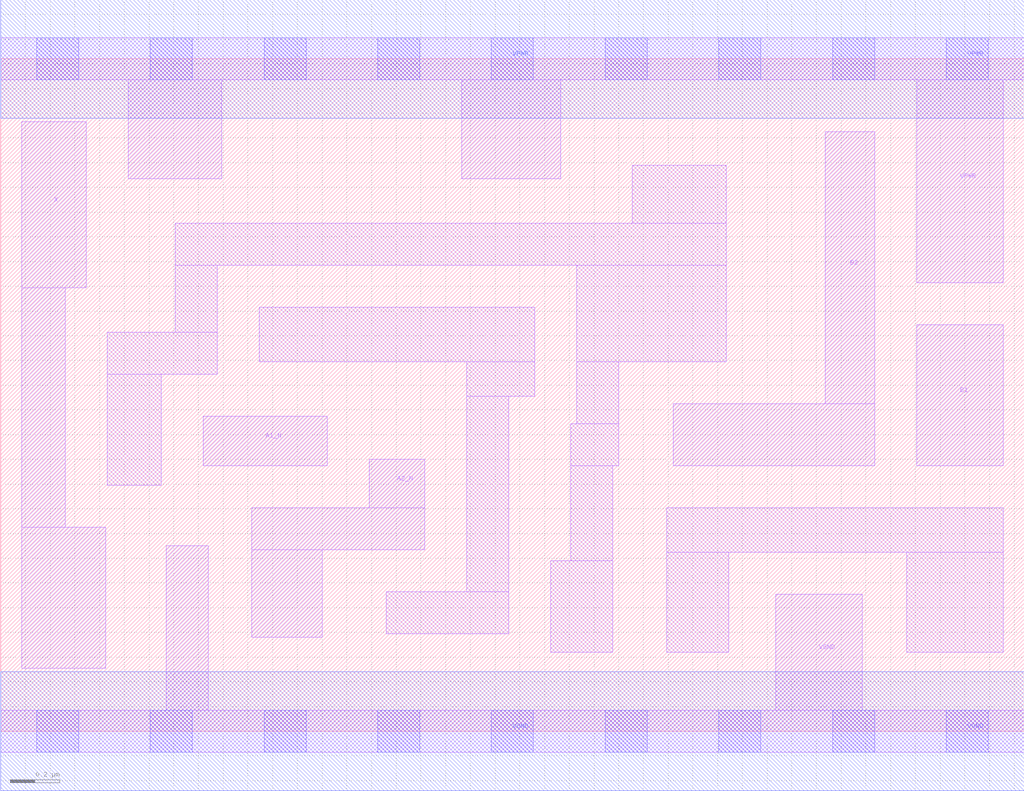
<source format=lef>
# Copyright 2020 The SkyWater PDK Authors
#
# Licensed under the Apache License, Version 2.0 (the "License");
# you may not use this file except in compliance with the License.
# You may obtain a copy of the License at
#
#     https://www.apache.org/licenses/LICENSE-2.0
#
# Unless required by applicable law or agreed to in writing, software
# distributed under the License is distributed on an "AS IS" BASIS,
# WITHOUT WARRANTIES OR CONDITIONS OF ANY KIND, either express or implied.
# See the License for the specific language governing permissions and
# limitations under the License.
#
# SPDX-License-Identifier: Apache-2.0

VERSION 5.7 ;
  NAMESCASESENSITIVE ON ;
  NOWIREEXTENSIONATPIN ON ;
  DIVIDERCHAR "/" ;
  BUSBITCHARS "[]" ;
UNITS
  DATABASE MICRONS 200 ;
END UNITS
PROPERTYDEFINITIONS
  MACRO maskLayoutSubType STRING ;
  MACRO prCellType STRING ;
  MACRO originalViewName STRING ;
END PROPERTYDEFINITIONS
MACRO sky130_fd_sc_hdll__o2bb2a_1
  CLASS CORE ;
  FOREIGN sky130_fd_sc_hdll__o2bb2a_1 ;
  ORIGIN  0.000000  0.000000 ;
  SIZE  4.140000 BY  2.720000 ;
  SYMMETRY X Y R90 ;
  SITE unithd ;
  PIN A1_N
    ANTENNAGATEAREA  0.138600 ;
    DIRECTION INPUT ;
    USE SIGNAL ;
    PORT
      LAYER li1 ;
        RECT 0.820000 1.075000 1.320000 1.275000 ;
    END
  END A1_N
  PIN A2_N
    ANTENNAGATEAREA  0.138600 ;
    DIRECTION INPUT ;
    USE SIGNAL ;
    PORT
      LAYER li1 ;
        RECT 1.015000 0.380000 1.300000 0.735000 ;
        RECT 1.015000 0.735000 1.715000 0.905000 ;
        RECT 1.490000 0.905000 1.715000 1.100000 ;
    END
  END A2_N
  PIN B1
    ANTENNAGATEAREA  0.138600 ;
    DIRECTION INPUT ;
    USE SIGNAL ;
    PORT
      LAYER li1 ;
        RECT 3.705000 1.075000 4.055000 1.645000 ;
    END
  END B1
  PIN B2
    ANTENNAGATEAREA  0.138600 ;
    DIRECTION INPUT ;
    USE SIGNAL ;
    PORT
      LAYER li1 ;
        RECT 2.720000 1.075000 3.535000 1.325000 ;
        RECT 3.335000 1.325000 3.535000 2.425000 ;
    END
  END B2
  PIN X
    ANTENNADIFFAREA  0.471500 ;
    DIRECTION OUTPUT ;
    USE SIGNAL ;
    PORT
      LAYER li1 ;
        RECT 0.085000 0.255000 0.425000 0.825000 ;
        RECT 0.085000 0.825000 0.260000 1.795000 ;
        RECT 0.085000 1.795000 0.345000 2.465000 ;
    END
  END X
  PIN VGND
    DIRECTION INOUT ;
    USE GROUND ;
    PORT
      LAYER li1 ;
        RECT 0.000000 -0.085000 4.140000 0.085000 ;
        RECT 0.670000  0.085000 0.840000 0.750000 ;
        RECT 3.135000  0.085000 3.485000 0.555000 ;
      LAYER mcon ;
        RECT 0.145000 -0.085000 0.315000 0.085000 ;
        RECT 0.605000 -0.085000 0.775000 0.085000 ;
        RECT 1.065000 -0.085000 1.235000 0.085000 ;
        RECT 1.525000 -0.085000 1.695000 0.085000 ;
        RECT 1.985000 -0.085000 2.155000 0.085000 ;
        RECT 2.445000 -0.085000 2.615000 0.085000 ;
        RECT 2.905000 -0.085000 3.075000 0.085000 ;
        RECT 3.365000 -0.085000 3.535000 0.085000 ;
        RECT 3.825000 -0.085000 3.995000 0.085000 ;
      LAYER met1 ;
        RECT 0.000000 -0.240000 4.140000 0.240000 ;
    END
  END VGND
  PIN VPWR
    DIRECTION INOUT ;
    USE POWER ;
    PORT
      LAYER li1 ;
        RECT 0.000000 2.635000 4.140000 2.805000 ;
        RECT 0.515000 2.235000 0.895000 2.635000 ;
        RECT 1.865000 2.235000 2.265000 2.635000 ;
        RECT 3.705000 1.815000 4.055000 2.635000 ;
      LAYER mcon ;
        RECT 0.145000 2.635000 0.315000 2.805000 ;
        RECT 0.605000 2.635000 0.775000 2.805000 ;
        RECT 1.065000 2.635000 1.235000 2.805000 ;
        RECT 1.525000 2.635000 1.695000 2.805000 ;
        RECT 1.985000 2.635000 2.155000 2.805000 ;
        RECT 2.445000 2.635000 2.615000 2.805000 ;
        RECT 2.905000 2.635000 3.075000 2.805000 ;
        RECT 3.365000 2.635000 3.535000 2.805000 ;
        RECT 3.825000 2.635000 3.995000 2.805000 ;
      LAYER met1 ;
        RECT 0.000000 2.480000 4.140000 2.960000 ;
    END
  END VPWR
  OBS
    LAYER li1 ;
      RECT 0.430000 0.995000 0.650000 1.445000 ;
      RECT 0.430000 1.445000 0.875000 1.615000 ;
      RECT 0.705000 1.615000 0.875000 1.885000 ;
      RECT 0.705000 1.885000 2.935000 2.055000 ;
      RECT 1.045000 1.495000 2.160000 1.715000 ;
      RECT 1.560000 0.395000 2.055000 0.565000 ;
      RECT 1.885000 0.565000 2.055000 1.355000 ;
      RECT 1.885000 1.355000 2.160000 1.495000 ;
      RECT 2.225000 0.320000 2.475000 0.690000 ;
      RECT 2.305000 0.690000 2.475000 1.075000 ;
      RECT 2.305000 1.075000 2.500000 1.245000 ;
      RECT 2.330000 1.245000 2.500000 1.495000 ;
      RECT 2.330000 1.495000 2.935000 1.885000 ;
      RECT 2.555000 2.055000 2.935000 2.290000 ;
      RECT 2.695000 0.320000 2.945000 0.725000 ;
      RECT 2.695000 0.725000 4.055000 0.905000 ;
      RECT 3.665000 0.320000 4.055000 0.725000 ;
  END
  PROPERTY maskLayoutSubType "abstract" ;
  PROPERTY prCellType "standard" ;
  PROPERTY originalViewName "layout" ;
END sky130_fd_sc_hdll__o2bb2a_1

</source>
